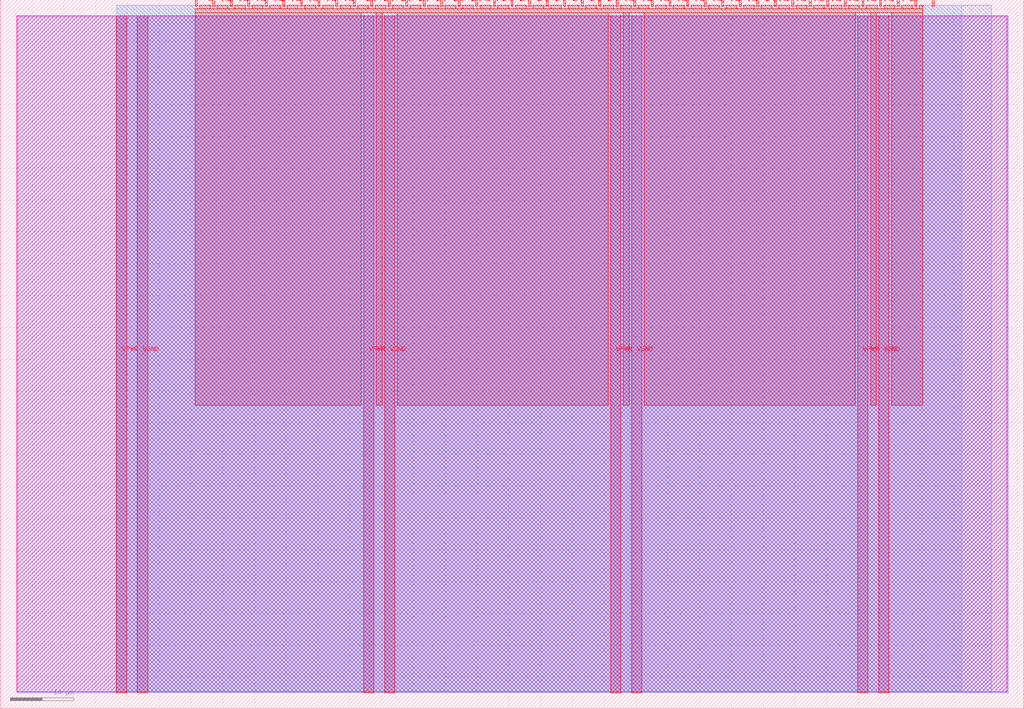
<source format=lef>
VERSION 5.7 ;
  NOWIREEXTENSIONATPIN ON ;
  DIVIDERCHAR "/" ;
  BUSBITCHARS "[]" ;
MACRO tt_um_save_buffer_hash_table
  CLASS BLOCK ;
  FOREIGN tt_um_save_buffer_hash_table ;
  ORIGIN 0.000 0.000 ;
  SIZE 161.000 BY 111.520 ;
  PIN VGND
    DIRECTION INOUT ;
    USE GROUND ;
    PORT
      LAYER met4 ;
        RECT 21.580 2.480 23.180 109.040 ;
    END
    PORT
      LAYER met4 ;
        RECT 60.450 2.480 62.050 109.040 ;
    END
    PORT
      LAYER met4 ;
        RECT 99.320 2.480 100.920 109.040 ;
    END
    PORT
      LAYER met4 ;
        RECT 138.190 2.480 139.790 109.040 ;
    END
  END VGND
  PIN VPWR
    DIRECTION INOUT ;
    USE POWER ;
    PORT
      LAYER met4 ;
        RECT 18.280 2.480 19.880 109.040 ;
    END
    PORT
      LAYER met4 ;
        RECT 57.150 2.480 58.750 109.040 ;
    END
    PORT
      LAYER met4 ;
        RECT 96.020 2.480 97.620 109.040 ;
    END
    PORT
      LAYER met4 ;
        RECT 134.890 2.480 136.490 109.040 ;
    END
  END VPWR
  PIN clk
    DIRECTION INPUT ;
    USE SIGNAL ;
    ANTENNAGATEAREA 0.852000 ;
    PORT
      LAYER met4 ;
        RECT 143.830 110.520 144.130 111.520 ;
    END
  END clk
  PIN ena
    DIRECTION INPUT ;
    USE SIGNAL ;
    PORT
      LAYER met4 ;
        RECT 146.590 110.520 146.890 111.520 ;
    END
  END ena
  PIN rst_n
    DIRECTION INPUT ;
    USE SIGNAL ;
    ANTENNAGATEAREA 0.126000 ;
    PORT
      LAYER met4 ;
        RECT 141.070 110.520 141.370 111.520 ;
    END
  END rst_n
  PIN ui_in[0]
    DIRECTION INPUT ;
    USE SIGNAL ;
    ANTENNAGATEAREA 0.196500 ;
    PORT
      LAYER met4 ;
        RECT 138.310 110.520 138.610 111.520 ;
    END
  END ui_in[0]
  PIN ui_in[1]
    DIRECTION INPUT ;
    USE SIGNAL ;
    ANTENNAGATEAREA 0.196500 ;
    PORT
      LAYER met4 ;
        RECT 135.550 110.520 135.850 111.520 ;
    END
  END ui_in[1]
  PIN ui_in[2]
    DIRECTION INPUT ;
    USE SIGNAL ;
    ANTENNAGATEAREA 0.196500 ;
    PORT
      LAYER met4 ;
        RECT 132.790 110.520 133.090 111.520 ;
    END
  END ui_in[2]
  PIN ui_in[3]
    DIRECTION INPUT ;
    USE SIGNAL ;
    ANTENNAGATEAREA 0.196500 ;
    PORT
      LAYER met4 ;
        RECT 130.030 110.520 130.330 111.520 ;
    END
  END ui_in[3]
  PIN ui_in[4]
    DIRECTION INPUT ;
    USE SIGNAL ;
    ANTENNAGATEAREA 0.196500 ;
    PORT
      LAYER met4 ;
        RECT 127.270 110.520 127.570 111.520 ;
    END
  END ui_in[4]
  PIN ui_in[5]
    DIRECTION INPUT ;
    USE SIGNAL ;
    ANTENNAGATEAREA 0.196500 ;
    PORT
      LAYER met4 ;
        RECT 124.510 110.520 124.810 111.520 ;
    END
  END ui_in[5]
  PIN ui_in[6]
    DIRECTION INPUT ;
    USE SIGNAL ;
    ANTENNAGATEAREA 0.196500 ;
    PORT
      LAYER met4 ;
        RECT 121.750 110.520 122.050 111.520 ;
    END
  END ui_in[6]
  PIN ui_in[7]
    DIRECTION INPUT ;
    USE SIGNAL ;
    ANTENNAGATEAREA 0.196500 ;
    PORT
      LAYER met4 ;
        RECT 118.990 110.520 119.290 111.520 ;
    END
  END ui_in[7]
  PIN uio_in[0]
    DIRECTION INPUT ;
    USE SIGNAL ;
    ANTENNAGATEAREA 0.196500 ;
    PORT
      LAYER met4 ;
        RECT 116.230 110.520 116.530 111.520 ;
    END
  END uio_in[0]
  PIN uio_in[1]
    DIRECTION INPUT ;
    USE SIGNAL ;
    ANTENNAGATEAREA 0.196500 ;
    PORT
      LAYER met4 ;
        RECT 113.470 110.520 113.770 111.520 ;
    END
  END uio_in[1]
  PIN uio_in[2]
    DIRECTION INPUT ;
    USE SIGNAL ;
    ANTENNAGATEAREA 0.196500 ;
    PORT
      LAYER met4 ;
        RECT 110.710 110.520 111.010 111.520 ;
    END
  END uio_in[2]
  PIN uio_in[3]
    DIRECTION INPUT ;
    USE SIGNAL ;
    PORT
      LAYER met4 ;
        RECT 107.950 110.520 108.250 111.520 ;
    END
  END uio_in[3]
  PIN uio_in[4]
    DIRECTION INPUT ;
    USE SIGNAL ;
    PORT
      LAYER met4 ;
        RECT 105.190 110.520 105.490 111.520 ;
    END
  END uio_in[4]
  PIN uio_in[5]
    DIRECTION INPUT ;
    USE SIGNAL ;
    PORT
      LAYER met4 ;
        RECT 102.430 110.520 102.730 111.520 ;
    END
  END uio_in[5]
  PIN uio_in[6]
    DIRECTION INPUT ;
    USE SIGNAL ;
    PORT
      LAYER met4 ;
        RECT 99.670 110.520 99.970 111.520 ;
    END
  END uio_in[6]
  PIN uio_in[7]
    DIRECTION INPUT ;
    USE SIGNAL ;
    PORT
      LAYER met4 ;
        RECT 96.910 110.520 97.210 111.520 ;
    END
  END uio_in[7]
  PIN uio_oe[0]
    DIRECTION OUTPUT ;
    USE SIGNAL ;
    PORT
      LAYER met4 ;
        RECT 49.990 110.520 50.290 111.520 ;
    END
  END uio_oe[0]
  PIN uio_oe[1]
    DIRECTION OUTPUT ;
    USE SIGNAL ;
    PORT
      LAYER met4 ;
        RECT 47.230 110.520 47.530 111.520 ;
    END
  END uio_oe[1]
  PIN uio_oe[2]
    DIRECTION OUTPUT ;
    USE SIGNAL ;
    PORT
      LAYER met4 ;
        RECT 44.470 110.520 44.770 111.520 ;
    END
  END uio_oe[2]
  PIN uio_oe[3]
    DIRECTION OUTPUT ;
    USE SIGNAL ;
    PORT
      LAYER met4 ;
        RECT 41.710 110.520 42.010 111.520 ;
    END
  END uio_oe[3]
  PIN uio_oe[4]
    DIRECTION OUTPUT ;
    USE SIGNAL ;
    PORT
      LAYER met4 ;
        RECT 38.950 110.520 39.250 111.520 ;
    END
  END uio_oe[4]
  PIN uio_oe[5]
    DIRECTION OUTPUT ;
    USE SIGNAL ;
    PORT
      LAYER met4 ;
        RECT 36.190 110.520 36.490 111.520 ;
    END
  END uio_oe[5]
  PIN uio_oe[6]
    DIRECTION OUTPUT ;
    USE SIGNAL ;
    PORT
      LAYER met4 ;
        RECT 33.430 110.520 33.730 111.520 ;
    END
  END uio_oe[6]
  PIN uio_oe[7]
    DIRECTION OUTPUT ;
    USE SIGNAL ;
    PORT
      LAYER met4 ;
        RECT 30.670 110.520 30.970 111.520 ;
    END
  END uio_oe[7]
  PIN uio_out[0]
    DIRECTION OUTPUT ;
    USE SIGNAL ;
    PORT
      LAYER met4 ;
        RECT 72.070 110.520 72.370 111.520 ;
    END
  END uio_out[0]
  PIN uio_out[1]
    DIRECTION OUTPUT ;
    USE SIGNAL ;
    PORT
      LAYER met4 ;
        RECT 69.310 110.520 69.610 111.520 ;
    END
  END uio_out[1]
  PIN uio_out[2]
    DIRECTION OUTPUT ;
    USE SIGNAL ;
    PORT
      LAYER met4 ;
        RECT 66.550 110.520 66.850 111.520 ;
    END
  END uio_out[2]
  PIN uio_out[3]
    DIRECTION OUTPUT ;
    USE SIGNAL ;
    PORT
      LAYER met4 ;
        RECT 63.790 110.520 64.090 111.520 ;
    END
  END uio_out[3]
  PIN uio_out[4]
    DIRECTION OUTPUT ;
    USE SIGNAL ;
    PORT
      LAYER met4 ;
        RECT 61.030 110.520 61.330 111.520 ;
    END
  END uio_out[4]
  PIN uio_out[5]
    DIRECTION OUTPUT ;
    USE SIGNAL ;
    PORT
      LAYER met4 ;
        RECT 58.270 110.520 58.570 111.520 ;
    END
  END uio_out[5]
  PIN uio_out[6]
    DIRECTION OUTPUT ;
    USE SIGNAL ;
    ANTENNAGATEAREA 0.247500 ;
    ANTENNADIFFAREA 0.445500 ;
    PORT
      LAYER met4 ;
        RECT 55.510 110.520 55.810 111.520 ;
    END
  END uio_out[6]
  PIN uio_out[7]
    DIRECTION OUTPUT ;
    USE SIGNAL ;
    ANTENNAGATEAREA 0.247500 ;
    ANTENNADIFFAREA 0.445500 ;
    PORT
      LAYER met4 ;
        RECT 52.750 110.520 53.050 111.520 ;
    END
  END uio_out[7]
  PIN uo_out[0]
    DIRECTION OUTPUT ;
    USE SIGNAL ;
    ANTENNAGATEAREA 0.247500 ;
    ANTENNADIFFAREA 0.445500 ;
    PORT
      LAYER met4 ;
        RECT 94.150 110.520 94.450 111.520 ;
    END
  END uo_out[0]
  PIN uo_out[1]
    DIRECTION OUTPUT ;
    USE SIGNAL ;
    ANTENNAGATEAREA 0.247500 ;
    ANTENNADIFFAREA 0.445500 ;
    PORT
      LAYER met4 ;
        RECT 91.390 110.520 91.690 111.520 ;
    END
  END uo_out[1]
  PIN uo_out[2]
    DIRECTION OUTPUT ;
    USE SIGNAL ;
    ANTENNAGATEAREA 0.247500 ;
    ANTENNADIFFAREA 0.445500 ;
    PORT
      LAYER met4 ;
        RECT 88.630 110.520 88.930 111.520 ;
    END
  END uo_out[2]
  PIN uo_out[3]
    DIRECTION OUTPUT ;
    USE SIGNAL ;
    ANTENNAGATEAREA 0.247500 ;
    ANTENNADIFFAREA 0.445500 ;
    PORT
      LAYER met4 ;
        RECT 85.870 110.520 86.170 111.520 ;
    END
  END uo_out[3]
  PIN uo_out[4]
    DIRECTION OUTPUT ;
    USE SIGNAL ;
    PORT
      LAYER met4 ;
        RECT 83.110 110.520 83.410 111.520 ;
    END
  END uo_out[4]
  PIN uo_out[5]
    DIRECTION OUTPUT ;
    USE SIGNAL ;
    PORT
      LAYER met4 ;
        RECT 80.350 110.520 80.650 111.520 ;
    END
  END uo_out[5]
  PIN uo_out[6]
    DIRECTION OUTPUT ;
    USE SIGNAL ;
    PORT
      LAYER met4 ;
        RECT 77.590 110.520 77.890 111.520 ;
    END
  END uo_out[6]
  PIN uo_out[7]
    DIRECTION OUTPUT ;
    USE SIGNAL ;
    PORT
      LAYER met4 ;
        RECT 74.830 110.520 75.130 111.520 ;
    END
  END uo_out[7]
  OBS
      LAYER nwell ;
        RECT 2.570 2.635 158.430 108.990 ;
      LAYER li1 ;
        RECT 2.760 2.635 158.240 108.885 ;
      LAYER met1 ;
        RECT 2.760 2.480 158.540 109.040 ;
      LAYER met2 ;
        RECT 18.310 2.535 155.840 110.685 ;
      LAYER met3 ;
        RECT 18.290 2.555 151.275 110.665 ;
      LAYER met4 ;
        RECT 31.370 110.120 33.030 110.665 ;
        RECT 34.130 110.120 35.790 110.665 ;
        RECT 36.890 110.120 38.550 110.665 ;
        RECT 39.650 110.120 41.310 110.665 ;
        RECT 42.410 110.120 44.070 110.665 ;
        RECT 45.170 110.120 46.830 110.665 ;
        RECT 47.930 110.120 49.590 110.665 ;
        RECT 50.690 110.120 52.350 110.665 ;
        RECT 53.450 110.120 55.110 110.665 ;
        RECT 56.210 110.120 57.870 110.665 ;
        RECT 58.970 110.120 60.630 110.665 ;
        RECT 61.730 110.120 63.390 110.665 ;
        RECT 64.490 110.120 66.150 110.665 ;
        RECT 67.250 110.120 68.910 110.665 ;
        RECT 70.010 110.120 71.670 110.665 ;
        RECT 72.770 110.120 74.430 110.665 ;
        RECT 75.530 110.120 77.190 110.665 ;
        RECT 78.290 110.120 79.950 110.665 ;
        RECT 81.050 110.120 82.710 110.665 ;
        RECT 83.810 110.120 85.470 110.665 ;
        RECT 86.570 110.120 88.230 110.665 ;
        RECT 89.330 110.120 90.990 110.665 ;
        RECT 92.090 110.120 93.750 110.665 ;
        RECT 94.850 110.120 96.510 110.665 ;
        RECT 97.610 110.120 99.270 110.665 ;
        RECT 100.370 110.120 102.030 110.665 ;
        RECT 103.130 110.120 104.790 110.665 ;
        RECT 105.890 110.120 107.550 110.665 ;
        RECT 108.650 110.120 110.310 110.665 ;
        RECT 111.410 110.120 113.070 110.665 ;
        RECT 114.170 110.120 115.830 110.665 ;
        RECT 116.930 110.120 118.590 110.665 ;
        RECT 119.690 110.120 121.350 110.665 ;
        RECT 122.450 110.120 124.110 110.665 ;
        RECT 125.210 110.120 126.870 110.665 ;
        RECT 127.970 110.120 129.630 110.665 ;
        RECT 130.730 110.120 132.390 110.665 ;
        RECT 133.490 110.120 135.150 110.665 ;
        RECT 136.250 110.120 137.910 110.665 ;
        RECT 139.010 110.120 140.670 110.665 ;
        RECT 141.770 110.120 143.430 110.665 ;
        RECT 144.530 110.120 145.065 110.665 ;
        RECT 30.655 109.440 145.065 110.120 ;
        RECT 30.655 47.775 56.750 109.440 ;
        RECT 59.150 47.775 60.050 109.440 ;
        RECT 62.450 47.775 95.620 109.440 ;
        RECT 98.020 47.775 98.920 109.440 ;
        RECT 101.320 47.775 134.490 109.440 ;
        RECT 136.890 47.775 137.790 109.440 ;
        RECT 140.190 47.775 145.065 109.440 ;
  END
END tt_um_save_buffer_hash_table
END LIBRARY


</source>
